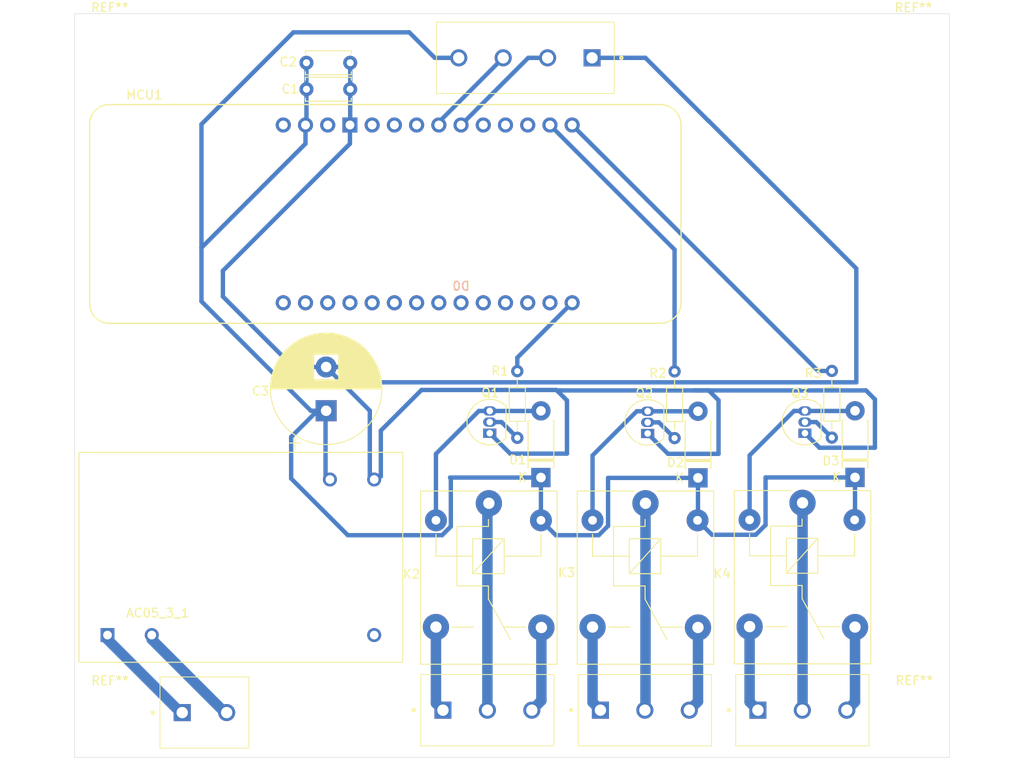
<source format=kicad_pcb>
(kicad_pcb (version 20241229) (generator "pcbnew") (generator_version "9.0")
  (layers (0 "F.Cu" signal) (2 "B.Cu" signal) (13 "F.Paste" user) (15 "B.Paste" user) (5 "F.SilkS" user "F.Silkscreen") (7 "B.SilkS" user "B.Silkscreen") (1 "F.Mask" user) (3 "B.Mask" user) (25 "Edge.Cuts" user))
  (net 0 "")
  (net 1 "/SDA")
  (net 2 "/Bewaesserungsrelais")
  (net 3 "/SCL")
  (net 4 "/+5V")
  (net 5 "/-5V")
  (net 6 "/Hauptrelais")
  (net 7 "/Poolrelais")
  (net 8 "VCC")
  (net 9 "GND")
  (net 10 "Net-(D1-A)")
  (net 11 "Net-(D2-A)")
  (net 12 "Net-(D3-A)")
  (net 13 "/Hauptrelais/NO")
  (net 14 "/Hauptrelais/IN")
  (net 15 "/Hauptrelais/ON")
  (net 16 "/Bewaesserungsrelais/IN")
  (net 17 "/Bewaesserungsrelais/ON")
  (net 18 "/Bewaesserungsrelais/NO")
  (net 19 "/Poolrelais/IN")
  (net 20 "/Poolrelais/ON")
  (net 21 "/Poolrelais/NO")
  (net 22 "Net-(Q1-B)")
  (net 23 "Net-(Q2-B)")
  (net 24 "Net-(Q3-B)")
  (footprint "Relay_THT:Relay_SPDT_SANYOU_SRD_Series_Form_C" (layer "F.Cu") (at 133.7 104.905 -90)
    (property "Reference" "K4" (at 8.1 9.2 180) (layer "F.SilkS"))
    (property "Value" "SANYOU_SRD_Form_C" (hide yes))
    (pad "1" thru_hole circle (at 0 0) (size 3 3) (drill 1.3) (layers "*.Cu" "*.Mask") (net 19 "/Poolrelais/IN"))
    (pad "2" thru_hole circle (at 1.95 6.05) (size 2.5 2.5) (drill 1) (layers "*.Cu" "*.Mask") (net 12 "Net-(D3-A)"))
    (pad "3" thru_hole circle (at 14.15 6.05) (size 3 3) (drill 1.3) (layers "*.Cu" "*.Mask") (net 20 "/Poolrelais/ON"))
    (pad "4" thru_hole circle (at 14.2 -6) (size 3 3) (drill 1.3) (layers "*.Cu" "*.Mask") (net 21 "/Poolrelais/NO"))
    (pad "5" thru_hole circle (at 1.95 -5.95) (size 2.5 2.5) (drill 1) (layers "*.Cu" "*.Mask") (net 4 "/+5V"))
  )
  (footprint "MountingHole:MountingHole_4.3mm_M4_DIN965" (layer "F.Cu") (at 146.375 53.055)
    (property "Reference" "REF**" (at 0 -4.75 0) (layer "F.SilkS"))
    (property "Value" "MountingHole_4.3mm_M4_DIN965")
    (pad "" np_thru_hole circle (at 0 0) (size 4.3 4.3) (drill 4.3) (layers "*.Cu" "*.Mask"))
  )
  (footprint "Relay_THT:Relay_SPDT_SANYOU_SRD_Series_Form_C" (layer "F.Cu") (at 115.75 104.955 -90)
    (property "Reference" "K3" (at 7.925 9.018 180) (layer "F.SilkS"))
    (property "Value" "SANYOU_SRD_Form_C" (hide yes))
    (pad "1" thru_hole circle (at 0 0) (size 3 3) (drill 1.3) (layers "*.Cu" "*.Mask") (net 16 "/Bewaesserungsrelais/IN"))
    (pad "2" thru_hole circle (at 1.95 6.05) (size 2.5 2.5) (drill 1) (layers "*.Cu" "*.Mask") (net 11 "Net-(D2-A)"))
    (pad "3" thru_hole circle (at 14.15 6.05) (size 3 3) (drill 1.3) (layers "*.Cu" "*.Mask") (net 17 "/Bewaesserungsrelais/ON"))
    (pad "4" thru_hole circle (at 14.2 -6) (size 3 3) (drill 1.3) (layers "*.Cu" "*.Mask") (net 18 "/Bewaesserungsrelais/NO"))
    (pad "5" thru_hole circle (at 1.95 -5.95) (size 2.5 2.5) (drill 1) (layers "*.Cu" "*.Mask") (net 4 "/+5V"))
  )
  (footprint "MountingHole:MountingHole_4.3mm_M4_DIN965" (layer "F.Cu") (at 54.55 129.98)
    (property "Reference" "REF**" (at 0 -4.75 0) (layer "F.SilkS"))
    (property "Value" "MountingHole_4.3mm_M4_DIN965")
    (pad "" np_thru_hole circle (at 0 0) (size 4.3 4.3) (drill 4.3) (layers "*.Cu" "*.Mask"))
  )
  (footprint "Diode_THT:D_DO-41_SOD81_P7.62mm_Horizontal" (layer "F.Cu") (at 103.8 102.015 90)
    (property "Reference" "D1" (at 2.02 -2.656 180) (layer "F.SilkS"))
    (property "Value" "1N4007")
    (fp_text user "K" (at 0 -2.1 180) (layer "F.SilkS"))
    (pad "1" thru_hole rect (at 0 0 90) (size 2.2 2.2) (drill 1.1) (layers "*.Cu" "*.Mask") (net 4 "/+5V"))
    (pad "2" thru_hole oval (at 7.62 0 90) (size 2.2 2.2) (drill 1.1) (layers "*.Cu" "*.Mask") (net 10 "Net-(D1-A)"))
  )
  (footprint "PCM_arduino-library:Arduino_MKR_FOX_1200_Socket" (layer "F.Cu") (at 54.4652 61.63)
    (property "Reference" "MCU1" (at 4 -3.35 0) (layer "F.SilkS"))
    (property "Value" "Arduino_MKR_WAN_1310_Socket")
    (fp_text user "D0" (at 40.2048 18.505 0) (layer "F.SilkS"))
    (fp_text user "D0" (at 40.2048 18.505 0) (layer "B.SilkS") (effects (justify mirror)))
    (pad "" np_thru_hole circle (at 0 0) (size 2.2 2.2) (drill 2.2) (layers "*.Cu" "*.Mask"))
    (pad "" np_thru_hole circle (at 0 20.5) (size 2.2 2.2) (drill 2.2) (layers "*.Cu" "*.Mask"))
    (pad "" np_thru_hole circle (at 57 0) (size 2.2 2.2) (drill 2.2) (layers "*.Cu" "*.Mask"))
    (pad "" np_thru_hole circle (at 57 20.5) (size 2.2 2.2) (drill 2.2) (layers "*.Cu" "*.Mask"))
    (pad "3V3" thru_hole circle (at 24.9648 0.09) (size 1.7272 1.7272) (drill 1.016) (layers "*.Cu" "*.Mask"))
    (pad "5V" thru_hole circle (at 19.8848 0.09) (size 1.7272 1.7272) (drill 1.016) (layers "*.Cu" "*.Mask"))
    (pad "A0" thru_hole circle (at 22.4248 20.41) (size 1.7272 1.7272) (drill 1.016) (layers "*.Cu" "*.Mask"))
    (pad "A1" thru_hole circle (at 24.9648 20.41) (size 1.7272 1.7272) (drill 1.016) (layers "*.Cu" "*.Mask"))
    (pad "A2" thru_hole circle (at 27.5048 20.41) (size 1.7272 1.7272) (drill 1.016) (layers "*.Cu" "*.Mask"))
    (pad "A3" thru_hole circle (at 30.0448 20.41) (size 1.7272 1.7272) (drill 1.016) (layers "*.Cu" "*.Mask"))
    (pad "A4" thru_hole circle (at 32.5848 20.41) (size 1.7272 1.7272) (drill 1.016) (layers "*.Cu" "*.Mask"))
    (pad "A5" thru_hole circle (at 35.1248 20.41) (size 1.7272 1.7272) (drill 1.016) (layers "*.Cu" "*.Mask"))
    (pad "A6" thru_hole circle (at 37.6648 20.41) (size 1.7272 1.7272) (drill 1.016) (layers "*.Cu" "*.Mask"))
    (pad "AREF" thru_hole circle (at 19.8848 20.41) (size 1.7272 1.7272) (drill 1.016) (layers "*.Cu" "*.Mask"))
    (pad "D0" thru_hole circle (at 40.2048 20.41) (size 1.7272 1.7272) (drill 1.016) (layers "*.Cu" "*.Mask"))
    (pad "D1" thru_hole circle (at 42.7448 20.41) (size 1.7272 1.7272) (drill 1.016) (layers "*.Cu" "*.Mask"))
    (pad "D2" thru_hole circle (at 45.2848 20.41) (size 1.7272 1.7272) (drill 1.016) (layers "*.Cu" "*.Mask"))
    (pad "D3" thru_hole circle (at 47.8248 20.41) (size 1.7272 1.7272) (drill 1.016) (layers "*.Cu" "*.Mask"))
    (pad "D4" thru_hole circle (at 50.3648 20.41) (size 1.7272 1.7272) (drill 1.016) (layers "*.Cu" "*.Mask"))
    (pad "D5" thru_hole circle (at 52.9048 20.41) (size 1.7272 1.7272) (drill 1.016) (layers "*.Cu" "*.Mask") (net 6 "/Hauptrelais"))
    (pad "D6" thru_hole circle (at 52.9048 0.09) (size 1.7272 1.7272) (drill 1.016) (layers "*.Cu" "*.Mask") (net 7 "/Poolrelais"))
    (pad "D7" thru_hole circle (at 50.3648 0.09) (size 1.7272 1.7272) (drill 1.016) (layers "*.Cu" "*.Mask") (net 2 "/Bewaesserungsrelais"))
    (pad "D8" thru_hole circle (at 47.8248 0.09) (size 1.7272 1.7272) (drill 1.016) (layers "*.Cu" "*.Mask"))
    (pad "D9" thru_hole circle (at 45.2848 0.09) (size 1.7272 1.7272) (drill 1.016) (layers "*.Cu" "*.Mask"))
    (pad "D10" thru_hole circle (at 42.7448 0.09) (size 1.7272 1.7272) (drill 1.016) (layers "*.Cu" "*.Mask"))
    (pad "D11" thru_hole circle (at 40.2048 0.09) (size 1.7272 1.7272) (drill 1.016) (layers "*.Cu" "*.Mask") (net 1 "/SDA"))
    (pad "D12" thru_hole circle (at 37.6648 0.09) (size 1.7272 1.7272) (drill 1.016) (layers "*.Cu" "*.Mask") (net 3 "/SCL"))
    (pad "D13" thru_hole circle (at 35.1248 0.09) (size 1.7272 1.7272) (drill 1.016) (layers "*.Cu" "*.Mask"))
    (pad "D14" thru_hole circle (at 32.5848 0.09) (size 1.7272 1.7272) (drill 1.016) (layers "*.Cu" "*.Mask"))
    (pad "GND" thru_hole rect (at 27.5048 0.09) (size 1.7272 1.7272) (drill 1.016) (layers "*.Cu" "*.Mask") (net 5 "/-5V"))
    (pad "RST" thru_hole circle (at 30.0448 0.09) (size 1.7272 1.7272) (drill 1.016) (layers "*.Cu" "*.Mask"))
    (pad "VIN" thru_hole circle (at 22.4248 0.09) (size 1.7272 1.7272) (drill 1.016) (layers "*.Cu" "*.Mask") (net 4 "/+5V"))
  )
  (footprint "PhoenixContact:MKDSN 1,5_3-5,08" (layer "F.Cu") (at 110.6 128.605)
    (property "Reference" "J4" (hide yes))
    (property "Value" "Screw_Terminal_01x03" (hide yes))
    (pad "1" thru_hole rect (at 0 0) (size 1.95 1.95) (drill 1.3) (layers "*.Cu" "*.Mask") (net 17 "/Bewaesserungsrelais/ON"))
    (pad "2" thru_hole circle (at 5.08 0) (size 1.95 1.95) (drill 1.3) (layers "*.Cu" "*.Mask") (net 16 "/Bewaesserungsrelais/IN"))
    (pad "3" thru_hole circle (at 10.16 0) (size 1.95 1.95) (drill 1.3) (layers "*.Cu" "*.Mask") (net 18 "/Bewaesserungsrelais/NO"))
  )
  (footprint "Resistor_THT:R_Axial_DIN0204_L3.6mm_D1.6mm_P7.62mm_Horizontal" (layer "F.Cu") (at 119.075 89.885 -90)
    (property "Reference" "R2" (at 0.204 1.929 180) (layer "F.SilkS"))
    (property "Value" "1k")
    (pad "1" thru_hole circle (at 0 0 270) (size 1.4 1.4) (drill 0.7) (layers "*.Cu" "*.Mask") (net 2 "/Bewaesserungsrelais"))
    (pad "2" thru_hole oval (at 7.62 0 270) (size 1.4 1.4) (drill 0.7) (layers "*.Cu" "*.Mask") (net 23 "Net-(Q2-B)"))
  )
  (footprint "Capacitor_THT:C_Disc_D5.0mm_W2.5mm_P5.00mm" (layer "F.Cu") (at 77 57.63)
    (property "Reference" "C1" (at -1.88 -0.02 0) (layer "F.SilkS"))
    (property "Value" "10 nF")
    (pad "1" thru_hole circle (at 0 0) (size 1.6 1.6) (drill 0.8) (layers "*.Cu" "*.Mask") (net 4 "/+5V"))
    (pad "2" thru_hole circle (at 5 0) (size 1.6 1.6) (drill 0.8) (layers "*.Cu" "*.Mask") (net 5 "/-5V"))
  )
  (footprint "PhoenixContact:MKDSN 1,5_3-5,08" (layer "F.Cu") (at 92.6 128.605)
    (property "Reference" "J1" (hide yes))
    (property "Value" "Screw_Terminal_01x03" (hide yes))
    (pad "1" thru_hole rect (at 0 0) (size 1.95 1.95) (drill 1.3) (layers "*.Cu" "*.Mask") (net 15 "/Hauptrelais/ON"))
    (pad "2" thru_hole circle (at 5.08 0) (size 1.95 1.95) (drill 1.3) (layers "*.Cu" "*.Mask") (net 14 "/Hauptrelais/IN"))
    (pad "3" thru_hole circle (at 10.16 0) (size 1.95 1.95) (drill 1.3) (layers "*.Cu" "*.Mask") (net 13 "/Hauptrelais/NO"))
  )
  (footprint "Package_TO_SOT_THT:TO-92_Inline" (layer "F.Cu") (at 97.95 96.945 90)
    (property "Reference" "Q1" (at 4.615 0.05 180) (layer "F.SilkS"))
    (property "Value" "S8050")
    (pad "1" thru_hole rect (at 0 0 90) (size 1.05 1.5) (drill 0.75) (layers "*.Cu" "*.Mask") (net 5 "/-5V"))
    (pad "2" thru_hole oval (at 1.27 0 90) (size 1.05 1.5) (drill 0.75) (layers "*.Cu" "*.Mask") (net 22 "Net-(Q1-B)"))
    (pad "3" thru_hole oval (at 2.54 0 90) (size 1.05 1.5) (drill 0.75) (layers "*.Cu" "*.Mask") (net 10 "Net-(D1-A)"))
  )
  (footprint "Resistor_THT:R_Axial_DIN0204_L3.6mm_D1.6mm_P7.62mm_Horizontal" (layer "F.Cu") (at 137.05 89.83 -90)
    (property "Reference" "R3" (at 0.259 2.124 180) (layer "F.SilkS"))
    (property "Value" "1k")
    (pad "1" thru_hole circle (at 0 0 270) (size 1.4 1.4) (drill 0.7) (layers "*.Cu" "*.Mask") (net 7 "/Poolrelais"))
    (pad "2" thru_hole oval (at 7.62 0 270) (size 1.4 1.4) (drill 0.7) (layers "*.Cu" "*.Mask") (net 24 "Net-(Q3-B)"))
  )
  (footprint "MountingHole:MountingHole_4.3mm_M4_DIN965" (layer "F.Cu") (at 54.525 53.03)
    (property "Reference" "REF**" (at 0 -4.75 0) (layer "F.SilkS"))
    (property "Value" "MountingHole_4.3mm_M4_DIN965")
    (pad "" np_thru_hole circle (at 0 0) (size 4.3 4.3) (drill 4.3) (layers "*.Cu" "*.Mask"))
  )
  (footprint "Relay_THT:Relay_SPDT_SANYOU_SRD_Series_Form_C" (layer "F.Cu") (at 97.85 104.955 -90)
    (property "Reference" "K2" (at 8.1 8.85 180) (layer "F.SilkS"))
    (property "Value" "SANYOU_SRD_Form_C" (hide yes))
    (pad "1" thru_hole circle (at 0 0) (size 3 3) (drill 1.3) (layers "*.Cu" "*.Mask") (net 14 "/Hauptrelais/IN"))
    (pad "2" thru_hole circle (at 1.95 6.05) (size 2.5 2.5) (drill 1) (layers "*.Cu" "*.Mask") (net 10 "Net-(D1-A)"))
    (pad "3" thru_hole circle (at 14.15 6.05) (size 3 3) (drill 1.3) (layers "*.Cu" "*.Mask") (net 15 "/Hauptrelais/ON"))
    (pad "4" thru_hole circle (at 14.2 -6) (size 3 3) (drill 1.3) (layers "*.Cu" "*.Mask") (net 13 "/Hauptrelais/NO"))
    (pad "5" thru_hole circle (at 1.95 -5.95) (size 2.5 2.5) (drill 1) (layers "*.Cu" "*.Mask") (net 4 "/+5V"))
  )
  (footprint "Package_TO_SOT_THT:TO-92_Inline" (layer "F.Cu") (at 133.975 96.945 90)
    (property "Reference" "Q3" (at 4.57 -0.573 180) (layer "F.SilkS"))
    (property "Value" "S8050")
    (pad "1" thru_hole rect (at 0 0 90) (size 1.05 1.5) (drill 0.75) (layers "*.Cu" "*.Mask") (net 5 "/-5V"))
    (pad "2" thru_hole oval (at 1.27 0 90) (size 1.05 1.5) (drill 0.75) (layers "*.Cu" "*.Mask") (net 24 "Net-(Q3-B)"))
    (pad "3" thru_hole oval (at 2.54 0 90) (size 1.05 1.5) (drill 0.75) (layers "*.Cu" "*.Mask") (net 12 "Net-(D3-A)"))
  )
  (footprint "Capacitor_THT:CP_Radial_D12.5mm_P5.00mm" (layer "F.Cu") (at 79.25 94.38 90)
    (property "Reference" "C3" (at 2.25 -7.5 0) (layer "F.SilkS"))
    (property "Value" "1000 µF")
    (pad "1" thru_hole rect (at 0 0 90) (size 2.4 2.4) (drill 1.2) (layers "*.Cu" "*.Mask") (net 4 "/+5V"))
    (pad "2" thru_hole circle (at 5 0 90) (size 2.4 2.4) (drill 1.2) (layers "*.Cu" "*.Mask") (net 5 "/-5V"))
  )
  (footprint "Diode_THT:D_DO-41_SOD81_P7.62mm_Horizontal" (layer "F.Cu") (at 139.7 102.005 90)
    (property "Reference" "D3" (at 1.9 -2.742 180) (layer "F.SilkS"))
    (property "Value" "1N4007")
    (fp_text user "K" (at 0 -2.1 180) (layer "F.SilkS"))
    (pad "1" thru_hole rect (at 0 0 90) (size 2.2 2.2) (drill 1.1) (layers "*.Cu" "*.Mask") (net 4 "/+5V"))
    (pad "2" thru_hole oval (at 7.62 0 90) (size 2.2 2.2) (drill 1.1) (layers "*.Cu" "*.Mask") (net 12 "Net-(D3-A)"))
  )
  (footprint "PhoenixContact:MKDSN 1,5_2-5,08" (layer "F.Cu") (at 62.8 128.88)
    (property "Reference" "J2" (hide yes))
    (property "Value" "Screw_Terminal_01x02" (hide yes))
    (pad "1" thru_hole rect (at 0 0) (size 1.95 1.95) (drill 1.3) (layers "*.Cu" "*.Mask") (net 8 "VCC"))
    (pad "2" thru_hole circle (at 5.08 0) (size 1.95 1.95) (drill 1.3) (layers "*.Cu" "*.Mask") (net 9 "GND"))
  )
  (footprint "PhoenixContact:MKDSN 1,5_4-5,08" (layer "F.Cu") (at 109.644 54.042 180)
    (property "Reference" "J3" (hide yes))
    (property "Value" "I2C Terminal" (hide yes))
    (pad "1" thru_hole rect (at 0 0 180) (size 1.95 1.95) (drill 1.3) (layers "*.Cu" "*.Mask") (net 5 "/-5V"))
    (pad "2" thru_hole circle (at 5.08 0 180) (size 1.95 1.95) (drill 1.3) (layers "*.Cu" "*.Mask") (net 1 "/SDA"))
    (pad "3" thru_hole circle (at 10.16 0 180) (size 1.95 1.95) (drill 1.3) (layers "*.Cu" "*.Mask") (net 3 "/SCL"))
    (pad "4" thru_hole circle (at 15.24 0 180) (size 1.95 1.95) (drill 1.3) (layers "*.Cu" "*.Mask") (net 4 "/+5V"))
  )
  (footprint "MountingHole:MountingHole_4.3mm_M4_DIN965" (layer "F.Cu") (at 146.475 129.955)
    (property "Reference" "REF**" (at 0 -4.75 0) (layer "F.SilkS"))
    (property "Value" "MountingHole_4.3mm_M4_DIN965")
    (pad "" np_thru_hole circle (at 0 0) (size 4.3 4.3) (drill 4.3) (layers "*.Cu" "*.Mask"))
  )
  (footprint "PhoenixContact:MKDSN 1,5_3-5,08" (layer "F.Cu") (at 128.6 128.605)
    (property "Reference" "J5" (hide yes))
    (property "Value" "Screw_Terminal_01x03" (hide yes))
    (pad "1" thru_hole rect (at 0 0) (size 1.95 1.95) (drill 1.3) (layers "*.Cu" "*.Mask") (net 20 "/Poolrelais/ON"))
    (pad "2" thru_hole circle (at 5.08 0) (size 1.95 1.95) (drill 1.3) (layers "*.Cu" "*.Mask") (net 19 "/Poolrelais/IN"))
    (pad "3" thru_hole circle (at 10.16 0) (size 1.95 1.95) (drill 1.3) (layers "*.Cu" "*.Mask") (net 21 "/Poolrelais/NO"))
  )
  (footprint "Resistor_THT:R_Axial_DIN0204_L3.6mm_D1.6mm_P7.62mm_Horizontal" (layer "F.Cu") (at 101.1 89.855 -90)
    (property "Reference" "R1" (at -0.02 1.988 180) (layer "F.SilkS"))
    (property "Value" "1k")
    (pad "1" thru_hole circle (at 0 0 270) (size 1.4 1.4) (drill 0.7) (layers "*.Cu" "*.Mask") (net 6 "/Hauptrelais"))
    (pad "2" thru_hole oval (at 7.62 0 270) (size 1.4 1.4) (drill 0.7) (layers "*.Cu" "*.Mask") (net 22 "Net-(Q1-B)"))
  )
  (footprint "Capacitor_THT:C_Disc_D5.0mm_W2.5mm_P5.00mm" (layer "F.Cu") (at 77 54.605)
    (property "Reference" "C2" (at -2.1 -0.1 0) (layer "F.SilkS"))
    (property "Value" "100 nF")
    (pad "1" thru_hole circle (at 0 0) (size 1.6 1.6) (drill 0.8) (layers "*.Cu" "*.Mask") (net 4 "/+5V"))
    (pad "2" thru_hole circle (at 5 0) (size 1.6 1.6) (drill 0.8) (layers "*.Cu" "*.Mask") (net 5 "/-5V"))
  )
  (footprint "AZFootprints:AZ_PSU_Module" (layer "F.Cu") (at 69.5 111.13 180)
    (property "Reference" "AC05_3_1" (at 9.5 -6.372 0) (layer "F.SilkS"))
    (property "Value" "~")
    (pad "1" thru_hole rect (at 15.24 -8.89 180) (size 1.6 1.6) (drill 1) (layers "*.Cu" "*.Mask") (net 8 "VCC"))
    (pad "2" thru_hole circle (at 10.18 -8.89 180) (size 1.6 1.6) (drill 1) (layers "*.Cu" "*.Mask") (net 9 "GND"))
    (pad "3" thru_hole circle (at -10.18 8.89 180) (size 1.6 1.6) (drill 1) (layers "*.Cu" "*.Mask") (net 4 "/+5V"))
    (pad "4" thru_hole circle (at -15.24 8.89 180) (size 1.6 1.6) (drill 1) (layers "*.Cu" "*.Mask") (net 5 "/-5V"))
    (pad "NC" thru_hole circle (at -15.24 -8.89 180) (size 1.6 1.6) (drill 1) (layers "*.Cu" "*.Mask"))
  )
  (footprint "Diode_THT:D_DO-41_SOD81_P7.62mm_Horizontal" (layer "F.Cu") (at 121.75 102.055 90)
    (property "Reference" "D2" (at 1.75 -2.572 180) (layer "F.SilkS"))
    (property "Value" "1N4007")
    (fp_text user "K" (at 0 -2.1 180) (layer "F.SilkS"))
    (pad "1" thru_hole rect (at 0 0 90) (size 2.2 2.2) (drill 1.1) (layers "*.Cu" "*.Mask") (net 4 "/+5V"))
    (pad "2" thru_hole oval (at 7.62 0 90) (size 2.2 2.2) (drill 1.1) (layers "*.Cu" "*.Mask") (net 11 "Net-(D2-A)"))
  )
  (footprint "Package_TO_SOT_THT:TO-92_Inline" (layer "F.Cu") (at 116 96.98 90)
    (property "Reference" "Q2" (at 4.605 -0.378 180) (layer "F.SilkS"))
    (property "Value" "S8050")
    (pad "1" thru_hole rect (at 0 0 90) (size 1.05 1.5) (drill 0.75) (layers "*.Cu" "*.Mask") (net 5 "/-5V"))
    (pad "2" thru_hole oval (at 1.27 0 90) (size 1.05 1.5) (drill 0.75) (layers "*.Cu" "*.Mask") (net 23 "Net-(Q2-B)"))
    (pad "3" thru_hole oval (at 2.54 0 90) (size 1.05 1.5) (drill 0.75) (layers "*.Cu" "*.Mask") (net 11 "Net-(D2-A)"))
  )
  (gr_rect (start 50.5 49) (end 150.5 134) (stroke (width 0.05)) (fill no) (layer "Edge.Cuts"))
  (segment (start 102.348 54.042) (end 104.564 54.042) (width 0.5) (layer "B.Cu") (net 1))
  (segment (start 104.488 54.042) (end 104.564 54.042) (width 1.2) (layer "B.Cu") (net 1))
  (segment (start 94.67 61.72) (end 102.348 54.042) (width 0.5) (layer "B.Cu") (net 1))
  (segment (start 119.075 89.885) (end 119.075 75.965) (width 0.5) (layer "B.Cu") (net 2))
  (segment (start 119.075 75.965) (end 104.83 61.72) (width 0.5) (layer "B.Cu") (net 2))
  (segment (start 92.13 61.396) (end 92.13 61.72) (width 0.5) (layer "B.Cu") (net 3))
  (segment (start 99.484 54.042) (end 92.13 61.396) (width 0.5) (layer "B.Cu") (net 3))
  (segment (start 103.8 102.015) (end 103.8 106.905) (width 0.5) (layer "B.Cu") (net 4))
  (segment (start 139.7 106.805) (end 139.65 106.855) (width 0.5) (layer "B.Cu") (net 4))
  (segment (start 111.475 102.055) (end 111.475 107.535578) (width 0.5) (layer "B.Cu") (net 4))
  (segment (start 92.504578 108.606) (end 81.726 108.606) (width 0.5) (layer "B.Cu") (net 4))
  (segment (start 121.75 102.055) (end 111.475 102.055) (width 0.5) (layer "B.Cu") (net 4))
  (segment (start 78.25 94.38) (end 79.25 94.38) (width 0.5) (layer "B.Cu") (net 4))
  (segment (start 123.351 108.556) (end 121.7 106.905) (width 0.5) (layer "B.Cu") (net 4))
  (segment (start 79.18 94.45) (end 79.25 94.38) (width 0.5) (layer "B.Cu") (net 4))
  (segment (start 81.726 108.606) (end 75.25 102.13) (width 0.5) (layer "B.Cu") (net 4))
  (segment (start 103.8 102.015) (end 93.415 102.015) (width 0.5) (layer "B.Cu") (net 4))
  (segment (start 65 81.88) (end 65 75.75) (width 0.5) (layer "B.Cu") (net 4))
  (segment (start 91.662 54.042) (end 88.75 51.13) (width 0.5) (layer "B.Cu") (net 4))
  (segment (start 88.75 51.13) (end 75.5 51.13) (width 0.5) (layer "B.Cu") (net 4))
  (segment (start 77 54.605) (end 77 57.63) (width 0.5) (layer "B.Cu") (net 4))
  (segment (start 77.5 94.38) (end 65 81.88) (width 0.5) (layer "B.Cu") (net 4))
  (segment (start 128.354578 108.556) (end 123.351 108.556) (width 0.5) (layer "B.Cu") (net 4))
  (segment (start 76.89 63.86) (end 76.89 61.72) (width 0.5) (layer "B.Cu") (net 4))
  (segment (start 111.475 107.535578) (end 110.404578 108.606) (width 0.5) (layer "B.Cu") (net 4))
  (segment (start 75.5 51.13) (end 65 61.63) (width 0.5) (layer "B.Cu") (net 4))
  (segment (start 93.501 107.609578) (end 92.504578 108.606) (width 0.5) (layer "B.Cu") (net 4))
  (segment (start 79.68 102.24) (end 79.43 102.24) (width 0.5) (layer "B.Cu") (net 4))
  (segment (start 110.404578 108.606) (end 105.501 108.606) (width 0.5) (layer "B.Cu") (net 4))
  (segment (start 93.501 102.101) (end 93.501 107.609578) (width 0.5) (layer "B.Cu") (net 4))
  (segment (start 129.475 107.435578) (end 128.354578 108.556) (width 0.5) (layer "B.Cu") (net 4))
  (segment (start 121.75 106.855) (end 121.7 106.905) (width 0.5) (layer "B.Cu") (net 4))
  (segment (start 77 57.63) (end 77 61.61) (width 0.5) (layer "B.Cu") (net 4))
  (segment (start 79.25 94.38) (end 77.5 94.38) (width 0.5) (layer "B.Cu") (net 4))
  (segment (start 65 75.75) (end 76.89 63.86) (width 0.5) (layer "B.Cu") (net 4))
  (segment (start 75.25 97.38) (end 78.25 94.38) (width 0.5) (layer "B.Cu") (net 4))
  (segment (start 75.25 102.13) (end 75.25 97.38) (width 0.5) (layer "B.Cu") (net 4))
  (segment (start 93.415 102.015) (end 93.501 102.101) (width 0.5) (layer "B.Cu") (net 4))
  (segment (start 77 61.61) (end 76.89 61.72) (width 0.5) (layer "B.Cu") (net 4))
  (segment (start 94.404 54.042) (end 91.662 54.042) (width 0.5) (layer "B.Cu") (net 4))
  (segment (start 129.475 102.005) (end 129.475 107.435578) (width 0.5) (layer "B.Cu") (net 4))
  (segment (start 139.7 102.005) (end 139.7 106.805) (width 0.5) (layer "B.Cu") (net 4))
  (segment (start 65 61.63) (end 65 75.75) (width 0.5) (layer "B.Cu") (net 4))
  (segment (start 139.7 102.005) (end 129.475 102.005) (width 0.5) (layer "B.Cu") (net 4))
  (segment (start 121.75 102.055) (end 121.75 106.855) (width 0.5) (layer "B.Cu") (net 4))
  (segment (start 79.18 101.99) (end 79.18 94.45) (width 0.5) (layer "B.Cu") (net 4))
  (segment (start 105.501 108.606) (end 103.8 106.905) (width 0.5) (layer "B.Cu") (net 4))
  (segment (start 79.43 102.24) (end 79.18 101.99) (width 0.5) (layer "B.Cu") (net 4))
  (segment (start 139.85 91.13) (end 83 91.13) (width 0.5) (layer "B.Cu") (net 5))
  (segment (start 140.95 92.055) (end 121.425 92.055) (width 0.5) (layer "B.Cu") (net 5))
  (segment (start 81.97 63.86) (end 67.45 78.38) (width 0.5) (layer "B.Cu") (net 5))
  (segment (start 85.5 96.655) (end 85.5 101.88) (width 0.5) (layer "B.Cu") (net 5))
  (segment (start 141.975 98.605) (end 141.975 93.08) (width 0.5) (layer "B.Cu") (net 5))
  (segment (start 135.635 98.605) (end 141.975 98.605) (width 0.5) (layer "B.Cu") (net 5))
  (segment (start 122.972 61.252) (end 139.85 78.13) (width 0.5) (layer "B.Cu") (net 5))
  (segment (start 139.85 78.13) (end 139.85 91.13) (width 0.5) (layer "B.Cu") (net 5))
  (segment (start 67.45 81.33) (end 75.5 89.38) (width 0.5) (layer "B.Cu") (net 5))
  (segment (start 85.1 101.88) (end 84.74 102.24) (width 0.5) (layer "B.Cu") (net 5))
  (segment (start 82 61.69) (end 81.97 61.72) (width 0.5) (layer "B.Cu") (net 5))
  (segment (start 84.24 101.99) (end 84.24 94.37) (width 0.5) (layer "B.Cu") (net 5))
  (segment (start 75.5 89.38) (end 79.25 89.38) (width 0.5) (layer "B.Cu") (net 5))
  (segment (start 84.24 94.37) (end 79.25 89.38) (width 0.5) (layer "B.Cu") (net 5))
  (segment (start 90.15 92.005) (end 85.5 96.655) (width 0.5) (layer "B.Cu") (net 5))
  (segment (start 105.575 92.005) (end 90.15 92.005) (width 0.5) (layer "B.Cu") (net 5))
  (segment (start 82 57.63) (end 82 61.69) (width 0.5) (layer "B.Cu") (net 5))
  (segment (start 81.25 89.38) (end 79.25 89.38) (width 0.5) (layer "B.Cu") (net 5))
  (segment (start 82 54.605) (end 82 57.63) (width 0.5) (layer "B.Cu") (net 5))
  (segment (start 115.74 54.042) (end 109.644 54.042) (width 0.5) (layer "B.Cu") (net 5))
  (segment (start 84.49 102.24) (end 84.24 101.99) (width 0.5) (layer "B.Cu") (net 5))
  (segment (start 84.74 102.24) (end 84.49 102.24) (width 0.5) (layer "B.Cu") (net 5))
  (segment (start 116 96.98) (end 118.325 99.305) (width 0.5) (layer "B.Cu") (net 5))
  (segment (start 121.425 92.055) (end 105.9 92.055) (width 0.5) (layer "B.Cu") (net 5))
  (segment (start 122.95 61.252) (end 115.74 54.042) (width 0.5) (layer "B.Cu") (net 5))
  (segment (start 105.7625 92.1925) (end 105.575 92.005) (width 0.5) (layer "B.Cu") (net 5))
  (segment (start 141.975 93.08) (end 140.95 92.055) (width 0.5) (layer "B.Cu") (net 5))
  (segment (start 100.285 99.28) (end 106.775 99.28) (width 0.5) (layer "B.Cu") (net 5))
  (segment (start 118.325 99.305) (end 124.1 99.305) (width 0.5) (layer "B.Cu") (net 5))
  (segment (start 105.9 92.055) (end 105.7625 92.1925) (width 0.5) (layer "B.Cu") (net 5))
  (segment (start 124.1 93.18) (end 122.975 92.055) (width 0.5) (layer "B.Cu") (net 5))
  (segment (start 124.1 99.305) (end 124.1 93.18) (width 0.5) (layer "B.Cu") (net 5))
  (segment (start 97.95 96.945) (end 100.285 99.28) (width 0.5) (layer "B.Cu") (net 5))
  (segment (start 122.975 92.055) (end 121.425 92.055) (width 0.5) (layer "B.Cu") (net 5))
  (segment (start 81.97 63.86) (end 81.97 61.72) (width 0.5) (layer "B.Cu") (net 5))
  (segment (start 85.5 101.88) (end 85.1 101.88) (width 0.5) (layer "B.Cu") (net 5))
  (segment (start 133.975 96.945) (end 135.635 98.605) (width 0.5) (layer "B.Cu") (net 5))
  (segment (start 106.775 93.205) (end 105.7625 92.1925) (width 0.5) (layer "B.Cu") (net 5))
  (segment (start 67.45 78.38) (end 67.45 81.33) (width 0.5) (layer "B.Cu") (net 5))
  (segment (start 106.775 99.28) (end 106.775 93.205) (width 0.5) (layer "B.Cu") (net 5))
  (segment (start 122.95 61.252) (end 122.972 61.252) (width 0.5) (layer "B.Cu") (net 5))
  (segment (start 83 91.13) (end 81.25 89.38) (width 0.5) (layer "B.Cu") (net 5))
  (segment (start 101.1 88.31) (end 107.37 82.04) (width 0.5) (layer "B.Cu") (net 6))
  (segment (start 101.1 89.855) (end 101.1 88.31) (width 0.5) (layer "B.Cu") (net 6))
  (segment (start 137.05 89.83) (end 135.48 89.83) (width 0.5) (layer "B.Cu") (net 7))
  (segment (start 135.48 89.83) (end 107.37 61.72) (width 0.5) (layer "B.Cu") (net 7))
  (segment (start 62.8 128.88) (end 62.62 128.88) (width 1.2) (layer "B.Cu") (net 8))
  (segment (start 62.62 128.88) (end 54.26 120.52) (width 1.2) (layer "B.Cu") (net 8))
  (segment (start 54.26 120.52) (end 54.26 120.02) (width 1.2) (layer "B.Cu") (net 8))
  (segment (start 59.32 120.02) (end 59.32 120.52) (width 1.2) (layer "B.Cu") (net 9))
  (segment (start 59.32 120.52) (end 67.68 128.88) (width 1.2) (layer "B.Cu") (net 9))
  (segment (start 67.68 128.88) (end 67.88 128.88) (width 1.2) (layer "B.Cu") (net 9))
  (segment (start 97.95 94.405) (end 103.79 94.405) (width 0.5) (layer "B.Cu") (net 10))
  (segment (start 96.7 94.405) (end 91.8 99.305) (width 0.5) (layer "B.Cu") (net 10))
  (segment (start 91.8 99.305) (end 91.8 106.905) (width 0.5) (layer "B.Cu") (net 10))
  (segment (start 97.95 94.405) (end 96.7 94.405) (width 0.5) (layer "B.Cu") (net 10))
  (segment (start 103.79 94.405) (end 103.8 94.395) (width 0.5) (layer "B.Cu") (net 10))
  (segment (start 114.75 94.44) (end 109.7 99.49) (width 0.5) (layer "B.Cu") (net 11))
  (segment (start 116 94.44) (end 114.75 94.44) (width 0.5) (layer "B.Cu") (net 11))
  (segment (start 121.745 94.44) (end 121.75 94.435) (width 0.5) (layer "B.Cu") (net 11))
  (segment (start 116 94.44) (end 121.745 94.44) (width 0.5) (layer "B.Cu") (net 11))
  (segment (start 109.7 99.49) (end 109.7 106.905) (width 0.5) (layer "B.Cu") (net 11))
  (segment (start 133.975 94.405) (end 139.68 94.405) (width 0.5) (layer "B.Cu") (net 12))
  (segment (start 127.65 99.48) (end 127.65 106.855) (width 0.5) (layer "B.Cu") (net 12))
  (segment (start 132.725 94.405) (end 127.65 99.48) (width 0.5) (layer "B.Cu") (net 12))
  (segment (start 133.975 94.405) (end 132.725 94.405) (width 0.5) (layer "B.Cu") (net 12))
  (segment (start 139.68 94.405) (end 139.7 94.385) (width 0.5) (layer "B.Cu") (net 12))
  (segment (start 103.85 127.515) (end 102.76 128.605) (width 1.2) (layer "B.Cu") (net 13))
  (segment (start 103.85 119.155) (end 103.85 127.515) (width 1.2) (layer "B.Cu") (net 13))
  (segment (start 97.68 105.125) (end 97.85 104.955) (width 1.2) (layer "B.Cu") (net 14))
  (segment (start 97.68 128.605) (end 97.68 105.125) (width 1.2) (layer "B.Cu") (net 14))
  (segment (start 91.8 119.105) (end 91.8 127.805) (width 1.2) (layer "B.Cu") (net 15))
  (segment (start 91.8 127.805) (end 92.6 128.605) (width 1.2) (layer "B.Cu") (net 15))
  (segment (start 115.75 128.535) (end 115.68 128.605) (width 1.2) (layer "B.Cu") (net 16))
  (segment (start 115.75 104.955) (end 115.75 128.535) (width 1.2) (layer "B.Cu") (net 16))
  (segment (start 109.7 119.105) (end 109.7 127.705) (width 1.2) (layer "B.Cu") (net 17))
  (segment (start 109.7 127.705) (end 110.6 128.605) (width 1.2) (layer "B.Cu") (net 17))
  (segment (start 121.75 119.155) (end 121.75 127.615) (width 1.2) (layer "B.Cu") (net 18))
  (segment (start 121.75 127.615) (end 120.76 128.605) (width 1.2) (layer "B.Cu") (net 18))
  (segment (start 133.7 104.905) (end 133.7 128.585) (width 1.2) (layer "B.Cu") (net 19))
  (segment (start 133.7 128.585) (end 133.68 128.605) (width 1.2) (layer "B.Cu") (net 19))
  (segment (start 127.65 119.055) (end 127.65 127.655) (width 1.2) (layer "B.Cu") (net 20))
  (segment (start 127.65 127.655) (end 128.6 128.605) (width 1.2) (layer "B.Cu") (net 20))
  (segment (start 139.7 127.665) (end 138.76 128.605) (width 1.2) (layer "B.Cu") (net 21))
  (segment (start 139.7 119.105) (end 139.7 127.665) (width 1.2) (layer "B.Cu") (net 21))
  (segment (start 97.95 95.675) (end 99.3 95.675) (width 0.5) (layer "B.Cu") (net 22))
  (segment (start 99.3 95.675) (end 101.1 97.475) (width 0.5) (layer "B.Cu") (net 22))
  (segment (start 117.28 95.71) (end 119.075 97.505) (width 0.5) (layer "B.Cu") (net 23))
  (segment (start 116 95.71) (end 117.28 95.71) (width 0.5) (layer "B.Cu") (net 23))
  (segment (start 133.975 95.675) (end 135.275 95.675) (width 0.5) (layer "B.Cu") (net 24))
  (segment (start 135.275 95.675) (end 137.05 97.45) (width 0.5) (layer "B.Cu") (net 24))
)
</source>
